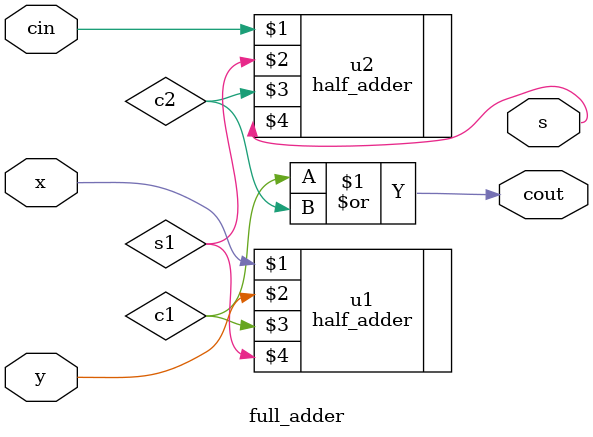
<source format=v>
module full_adder(x,y,cin,cout,s);
input x, y, cin;
output cout, s;

wire c1, c2, s1;

half_adder u1(x,y,c1,s1);
half_adder u2(cin,s1,c2,s);

assign cout = c1 | c2;

endmodule

</source>
